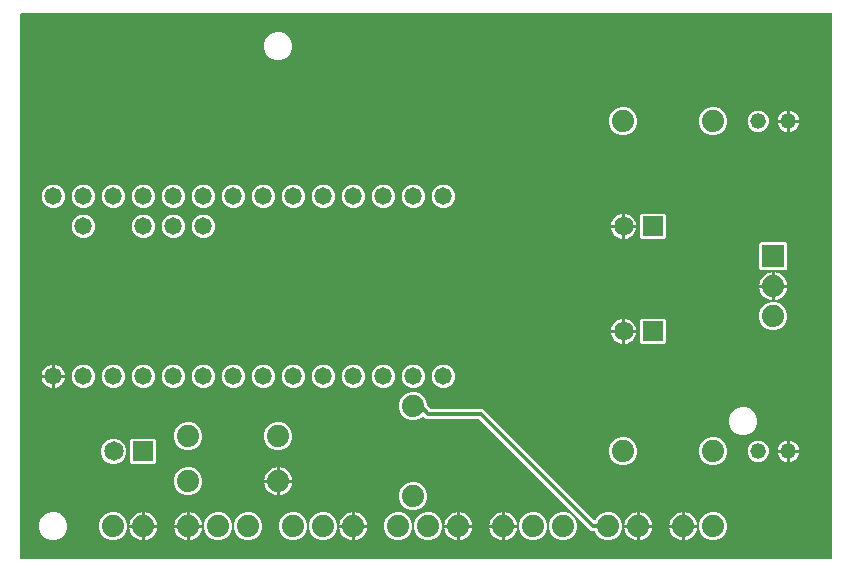
<source format=gbr>
G04 EAGLE Gerber RS-274X export*
G75*
%MOMM*%
%FSLAX34Y34*%
%LPD*%
%INBottom Copper*%
%IPPOS*%
%AMOC8*
5,1,8,0,0,1.08239X$1,22.5*%
G01*
%ADD10C,1.879600*%
%ADD11C,1.473200*%
%ADD12R,1.651000X1.651000*%
%ADD13C,1.651000*%
%ADD14C,1.320800*%
%ADD15R,1.879600X1.879600*%
%ADD16C,0.304800*%

G36*
X696998Y10164D02*
X696998Y10164D01*
X697017Y10162D01*
X697119Y10184D01*
X697221Y10200D01*
X697238Y10210D01*
X697258Y10214D01*
X697347Y10267D01*
X697438Y10316D01*
X697452Y10330D01*
X697469Y10340D01*
X697536Y10419D01*
X697608Y10494D01*
X697616Y10512D01*
X697629Y10527D01*
X697668Y10623D01*
X697711Y10717D01*
X697713Y10737D01*
X697721Y10755D01*
X697739Y10922D01*
X697739Y471578D01*
X697736Y471598D01*
X697738Y471617D01*
X697716Y471719D01*
X697700Y471821D01*
X697690Y471838D01*
X697686Y471858D01*
X697633Y471947D01*
X697584Y472038D01*
X697570Y472052D01*
X697560Y472069D01*
X697481Y472136D01*
X697406Y472208D01*
X697388Y472216D01*
X697373Y472229D01*
X697277Y472268D01*
X697183Y472311D01*
X697163Y472313D01*
X697145Y472321D01*
X696978Y472339D01*
X10922Y472339D01*
X10902Y472336D01*
X10883Y472338D01*
X10781Y472316D01*
X10679Y472300D01*
X10662Y472290D01*
X10642Y472286D01*
X10553Y472233D01*
X10462Y472184D01*
X10448Y472170D01*
X10431Y472160D01*
X10364Y472081D01*
X10292Y472006D01*
X10284Y471988D01*
X10271Y471973D01*
X10232Y471877D01*
X10189Y471783D01*
X10187Y471763D01*
X10179Y471745D01*
X10161Y471578D01*
X10161Y10922D01*
X10164Y10902D01*
X10162Y10883D01*
X10184Y10781D01*
X10200Y10679D01*
X10210Y10662D01*
X10214Y10642D01*
X10267Y10553D01*
X10316Y10462D01*
X10330Y10448D01*
X10340Y10431D01*
X10419Y10364D01*
X10494Y10292D01*
X10512Y10284D01*
X10527Y10271D01*
X10623Y10232D01*
X10717Y10189D01*
X10737Y10187D01*
X10755Y10179D01*
X10922Y10161D01*
X696978Y10161D01*
X696998Y10164D01*
G37*
%LPC*%
G36*
X505625Y26161D02*
X505625Y26161D01*
X501237Y27979D01*
X497879Y31337D01*
X496956Y33565D01*
X496894Y33665D01*
X496834Y33765D01*
X496830Y33769D01*
X496826Y33774D01*
X496736Y33849D01*
X496648Y33925D01*
X496642Y33927D01*
X496637Y33931D01*
X496528Y33973D01*
X496419Y34017D01*
X496412Y34018D01*
X496407Y34019D01*
X496389Y34020D01*
X496253Y34035D01*
X493616Y34035D01*
X398589Y129062D01*
X398515Y129115D01*
X398446Y129175D01*
X398416Y129187D01*
X398390Y129206D01*
X398303Y129233D01*
X398218Y129267D01*
X398177Y129271D01*
X398154Y129278D01*
X398122Y129277D01*
X398051Y129285D01*
X353916Y129285D01*
X352181Y131021D01*
X352165Y131032D01*
X352152Y131048D01*
X352065Y131104D01*
X351981Y131164D01*
X351962Y131170D01*
X351946Y131181D01*
X351845Y131206D01*
X351746Y131236D01*
X351726Y131236D01*
X351707Y131241D01*
X351604Y131233D01*
X351500Y131230D01*
X351482Y131223D01*
X351462Y131222D01*
X351367Y131181D01*
X351269Y131146D01*
X351254Y131133D01*
X351235Y131125D01*
X351104Y131021D01*
X349663Y129579D01*
X345275Y127761D01*
X340525Y127761D01*
X336137Y129579D01*
X332779Y132937D01*
X330961Y137325D01*
X330961Y142075D01*
X332779Y146463D01*
X336137Y149821D01*
X340525Y151639D01*
X345275Y151639D01*
X349663Y149821D01*
X353021Y146463D01*
X354839Y142075D01*
X354839Y140175D01*
X354853Y140085D01*
X354861Y139994D01*
X354873Y139964D01*
X354878Y139932D01*
X354921Y139852D01*
X354957Y139768D01*
X354983Y139736D01*
X354994Y139715D01*
X355017Y139693D01*
X355062Y139637D01*
X357061Y137638D01*
X357135Y137585D01*
X357204Y137525D01*
X357234Y137513D01*
X357260Y137494D01*
X357347Y137467D01*
X357432Y137433D01*
X357473Y137429D01*
X357496Y137422D01*
X357528Y137423D01*
X357599Y137415D01*
X401734Y137415D01*
X496021Y43128D01*
X496058Y43101D01*
X496089Y43067D01*
X496157Y43029D01*
X496221Y42984D01*
X496264Y42971D01*
X496305Y42948D01*
X496381Y42935D01*
X496456Y42912D01*
X496502Y42913D01*
X496547Y42905D01*
X496624Y42916D01*
X496702Y42918D01*
X496745Y42934D01*
X496790Y42940D01*
X496859Y42976D01*
X496933Y43002D01*
X496968Y43031D01*
X497009Y43052D01*
X497064Y43108D01*
X497125Y43156D01*
X497149Y43195D01*
X497182Y43228D01*
X497248Y43347D01*
X497258Y43363D01*
X497259Y43368D01*
X497262Y43375D01*
X497879Y44863D01*
X501237Y48221D01*
X505625Y50039D01*
X510375Y50039D01*
X514763Y48221D01*
X518121Y44863D01*
X519939Y40475D01*
X519939Y35725D01*
X518121Y31337D01*
X514763Y27979D01*
X510375Y26161D01*
X505625Y26161D01*
G37*
%LPD*%
%LPC*%
G36*
X637250Y254761D02*
X637250Y254761D01*
X635761Y256250D01*
X635761Y277150D01*
X637250Y278639D01*
X658150Y278639D01*
X659639Y277150D01*
X659639Y256250D01*
X658150Y254761D01*
X637250Y254761D01*
G37*
%LPD*%
%LPC*%
G36*
X536593Y281304D02*
X536593Y281304D01*
X535104Y282793D01*
X535104Y301407D01*
X536593Y302896D01*
X555207Y302896D01*
X556696Y301407D01*
X556696Y282793D01*
X555207Y281304D01*
X536593Y281304D01*
G37*
%LPD*%
%LPC*%
G36*
X536593Y192404D02*
X536593Y192404D01*
X535104Y193893D01*
X535104Y212507D01*
X536593Y213996D01*
X555207Y213996D01*
X556696Y212507D01*
X556696Y193893D01*
X555207Y192404D01*
X536593Y192404D01*
G37*
%LPD*%
%LPC*%
G36*
X104793Y90804D02*
X104793Y90804D01*
X103304Y92293D01*
X103304Y110907D01*
X104793Y112396D01*
X123407Y112396D01*
X124896Y110907D01*
X124896Y92293D01*
X123407Y90804D01*
X104793Y90804D01*
G37*
%LPD*%
%LPC*%
G36*
X238925Y26161D02*
X238925Y26161D01*
X234537Y27979D01*
X231179Y31337D01*
X229361Y35725D01*
X229361Y40475D01*
X231179Y44863D01*
X234537Y48221D01*
X238925Y50039D01*
X243675Y50039D01*
X248063Y48221D01*
X251421Y44863D01*
X253239Y40475D01*
X253239Y35725D01*
X251421Y31337D01*
X248063Y27979D01*
X243675Y26161D01*
X238925Y26161D01*
G37*
%LPD*%
%LPC*%
G36*
X264325Y26161D02*
X264325Y26161D01*
X259937Y27979D01*
X256579Y31337D01*
X254761Y35725D01*
X254761Y40475D01*
X256579Y44863D01*
X259937Y48221D01*
X264325Y50039D01*
X269075Y50039D01*
X273463Y48221D01*
X276821Y44863D01*
X278639Y40475D01*
X278639Y35725D01*
X276821Y31337D01*
X273463Y27979D01*
X269075Y26161D01*
X264325Y26161D01*
G37*
%LPD*%
%LPC*%
G36*
X353225Y26161D02*
X353225Y26161D01*
X348837Y27979D01*
X345479Y31337D01*
X343661Y35725D01*
X343661Y40475D01*
X345479Y44863D01*
X348837Y48221D01*
X353225Y50039D01*
X357975Y50039D01*
X362363Y48221D01*
X365721Y44863D01*
X367539Y40475D01*
X367539Y35725D01*
X365721Y31337D01*
X362363Y27979D01*
X357975Y26161D01*
X353225Y26161D01*
G37*
%LPD*%
%LPC*%
G36*
X442125Y26161D02*
X442125Y26161D01*
X437737Y27979D01*
X434379Y31337D01*
X432561Y35725D01*
X432561Y40475D01*
X434379Y44863D01*
X437737Y48221D01*
X442125Y50039D01*
X446875Y50039D01*
X451263Y48221D01*
X454621Y44863D01*
X456439Y40475D01*
X456439Y35725D01*
X454621Y31337D01*
X451263Y27979D01*
X446875Y26161D01*
X442125Y26161D01*
G37*
%LPD*%
%LPC*%
G36*
X467525Y26161D02*
X467525Y26161D01*
X463137Y27979D01*
X459779Y31337D01*
X457961Y35725D01*
X457961Y40475D01*
X459779Y44863D01*
X463137Y48221D01*
X467525Y50039D01*
X472275Y50039D01*
X476663Y48221D01*
X480021Y44863D01*
X481839Y40475D01*
X481839Y35725D01*
X480021Y31337D01*
X476663Y27979D01*
X472275Y26161D01*
X467525Y26161D01*
G37*
%LPD*%
%LPC*%
G36*
X594525Y26161D02*
X594525Y26161D01*
X590137Y27979D01*
X586779Y31337D01*
X584961Y35725D01*
X584961Y40475D01*
X586779Y44863D01*
X590137Y48221D01*
X594525Y50039D01*
X599275Y50039D01*
X603663Y48221D01*
X607021Y44863D01*
X608839Y40475D01*
X608839Y35725D01*
X607021Y31337D01*
X603663Y27979D01*
X599275Y26161D01*
X594525Y26161D01*
G37*
%LPD*%
%LPC*%
G36*
X518325Y369061D02*
X518325Y369061D01*
X513937Y370879D01*
X510579Y374237D01*
X508761Y378625D01*
X508761Y383375D01*
X510579Y387763D01*
X513937Y391121D01*
X518325Y392939D01*
X523075Y392939D01*
X527463Y391121D01*
X530821Y387763D01*
X532639Y383375D01*
X532639Y378625D01*
X530821Y374237D01*
X527463Y370879D01*
X523075Y369061D01*
X518325Y369061D01*
G37*
%LPD*%
%LPC*%
G36*
X340525Y51561D02*
X340525Y51561D01*
X336137Y53379D01*
X332779Y56737D01*
X330961Y61125D01*
X330961Y65875D01*
X332779Y70263D01*
X336137Y73621D01*
X340525Y75439D01*
X345275Y75439D01*
X349663Y73621D01*
X353021Y70263D01*
X354839Y65875D01*
X354839Y61125D01*
X353021Y56737D01*
X349663Y53379D01*
X345275Y51561D01*
X340525Y51561D01*
G37*
%LPD*%
%LPC*%
G36*
X150025Y64261D02*
X150025Y64261D01*
X145637Y66079D01*
X142279Y69437D01*
X140461Y73825D01*
X140461Y78575D01*
X142279Y82963D01*
X145637Y86321D01*
X150025Y88139D01*
X154775Y88139D01*
X159163Y86321D01*
X162521Y82963D01*
X164339Y78575D01*
X164339Y73825D01*
X162521Y69437D01*
X159163Y66079D01*
X154775Y64261D01*
X150025Y64261D01*
G37*
%LPD*%
%LPC*%
G36*
X200825Y26161D02*
X200825Y26161D01*
X196437Y27979D01*
X193079Y31337D01*
X191261Y35725D01*
X191261Y40475D01*
X193079Y44863D01*
X196437Y48221D01*
X200825Y50039D01*
X205575Y50039D01*
X209963Y48221D01*
X213321Y44863D01*
X215139Y40475D01*
X215139Y35725D01*
X213321Y31337D01*
X209963Y27979D01*
X205575Y26161D01*
X200825Y26161D01*
G37*
%LPD*%
%LPC*%
G36*
X518325Y89661D02*
X518325Y89661D01*
X513937Y91479D01*
X510579Y94837D01*
X508761Y99225D01*
X508761Y103975D01*
X510579Y108363D01*
X513937Y111721D01*
X518325Y113539D01*
X523075Y113539D01*
X527463Y111721D01*
X530821Y108363D01*
X532639Y103975D01*
X532639Y99225D01*
X530821Y94837D01*
X527463Y91479D01*
X523075Y89661D01*
X518325Y89661D01*
G37*
%LPD*%
%LPC*%
G36*
X594525Y89661D02*
X594525Y89661D01*
X590137Y91479D01*
X586779Y94837D01*
X584961Y99225D01*
X584961Y103975D01*
X586779Y108363D01*
X590137Y111721D01*
X594525Y113539D01*
X599275Y113539D01*
X603663Y111721D01*
X607021Y108363D01*
X608839Y103975D01*
X608839Y99225D01*
X607021Y94837D01*
X603663Y91479D01*
X599275Y89661D01*
X594525Y89661D01*
G37*
%LPD*%
%LPC*%
G36*
X150025Y102361D02*
X150025Y102361D01*
X145637Y104179D01*
X142279Y107537D01*
X140461Y111925D01*
X140461Y116675D01*
X142279Y121063D01*
X145637Y124421D01*
X150025Y126239D01*
X154775Y126239D01*
X159163Y124421D01*
X162521Y121063D01*
X164339Y116675D01*
X164339Y111925D01*
X162521Y107537D01*
X159163Y104179D01*
X154775Y102361D01*
X150025Y102361D01*
G37*
%LPD*%
%LPC*%
G36*
X226225Y102361D02*
X226225Y102361D01*
X221837Y104179D01*
X218479Y107537D01*
X216661Y111925D01*
X216661Y116675D01*
X218479Y121063D01*
X221837Y124421D01*
X226225Y126239D01*
X230975Y126239D01*
X235363Y124421D01*
X238721Y121063D01*
X240539Y116675D01*
X240539Y111925D01*
X238721Y107537D01*
X235363Y104179D01*
X230975Y102361D01*
X226225Y102361D01*
G37*
%LPD*%
%LPC*%
G36*
X594525Y369061D02*
X594525Y369061D01*
X590137Y370879D01*
X586779Y374237D01*
X584961Y378625D01*
X584961Y383375D01*
X586779Y387763D01*
X590137Y391121D01*
X594525Y392939D01*
X599275Y392939D01*
X603663Y391121D01*
X607021Y387763D01*
X608839Y383375D01*
X608839Y378625D01*
X607021Y374237D01*
X603663Y370879D01*
X599275Y369061D01*
X594525Y369061D01*
G37*
%LPD*%
%LPC*%
G36*
X175425Y26161D02*
X175425Y26161D01*
X171037Y27979D01*
X167679Y31337D01*
X165861Y35725D01*
X165861Y40475D01*
X167679Y44863D01*
X171037Y48221D01*
X175425Y50039D01*
X180175Y50039D01*
X184563Y48221D01*
X187921Y44863D01*
X189739Y40475D01*
X189739Y35725D01*
X187921Y31337D01*
X184563Y27979D01*
X180175Y26161D01*
X175425Y26161D01*
G37*
%LPD*%
%LPC*%
G36*
X645325Y203961D02*
X645325Y203961D01*
X640937Y205779D01*
X637579Y209137D01*
X635761Y213525D01*
X635761Y218275D01*
X637579Y222663D01*
X640937Y226021D01*
X645325Y227839D01*
X650075Y227839D01*
X654463Y226021D01*
X657821Y222663D01*
X659639Y218275D01*
X659639Y213525D01*
X657821Y209137D01*
X654463Y205779D01*
X650075Y203961D01*
X645325Y203961D01*
G37*
%LPD*%
%LPC*%
G36*
X86525Y26161D02*
X86525Y26161D01*
X82137Y27979D01*
X78779Y31337D01*
X76961Y35725D01*
X76961Y40475D01*
X78779Y44863D01*
X82137Y48221D01*
X86525Y50039D01*
X91275Y50039D01*
X95663Y48221D01*
X99021Y44863D01*
X100839Y40475D01*
X100839Y35725D01*
X99021Y31337D01*
X95663Y27979D01*
X91275Y26161D01*
X86525Y26161D01*
G37*
%LPD*%
%LPC*%
G36*
X327825Y26161D02*
X327825Y26161D01*
X323437Y27979D01*
X320079Y31337D01*
X318261Y35725D01*
X318261Y40475D01*
X320079Y44863D01*
X323437Y48221D01*
X327825Y50039D01*
X332575Y50039D01*
X336963Y48221D01*
X340321Y44863D01*
X342139Y40475D01*
X342139Y35725D01*
X340321Y31337D01*
X336963Y27979D01*
X332575Y26161D01*
X327825Y26161D01*
G37*
%LPD*%
%LPC*%
G36*
X619931Y115089D02*
X619931Y115089D01*
X615553Y116903D01*
X612203Y120253D01*
X610389Y124631D01*
X610389Y129369D01*
X612203Y133747D01*
X615553Y137097D01*
X619931Y138911D01*
X624669Y138911D01*
X629047Y137097D01*
X632397Y133747D01*
X634211Y129369D01*
X634211Y124631D01*
X632397Y120253D01*
X629047Y116903D01*
X624669Y115089D01*
X619931Y115089D01*
G37*
%LPD*%
%LPC*%
G36*
X226231Y432589D02*
X226231Y432589D01*
X221853Y434403D01*
X218503Y437753D01*
X216689Y442131D01*
X216689Y446869D01*
X218503Y451247D01*
X221853Y454597D01*
X226231Y456411D01*
X230969Y456411D01*
X235347Y454597D01*
X238697Y451247D01*
X240511Y446869D01*
X240511Y442131D01*
X238697Y437753D01*
X235347Y434403D01*
X230969Y432589D01*
X226231Y432589D01*
G37*
%LPD*%
%LPC*%
G36*
X35731Y26189D02*
X35731Y26189D01*
X31353Y28003D01*
X28003Y31353D01*
X26189Y35731D01*
X26189Y40469D01*
X28003Y44847D01*
X31353Y48197D01*
X35731Y50011D01*
X40469Y50011D01*
X44847Y48197D01*
X48197Y44847D01*
X50011Y40469D01*
X50011Y35731D01*
X48197Y31353D01*
X44847Y28003D01*
X40469Y26189D01*
X35731Y26189D01*
G37*
%LPD*%
%LPC*%
G36*
X86953Y90804D02*
X86953Y90804D01*
X82985Y92448D01*
X79948Y95485D01*
X78304Y99453D01*
X78304Y103747D01*
X79948Y107715D01*
X82985Y110752D01*
X86953Y112396D01*
X91247Y112396D01*
X95215Y110752D01*
X98252Y107715D01*
X99896Y103747D01*
X99896Y99453D01*
X98252Y95485D01*
X95215Y92448D01*
X91247Y90804D01*
X86953Y90804D01*
G37*
%LPD*%
%LPC*%
G36*
X61529Y282193D02*
X61529Y282193D01*
X57888Y283701D01*
X55101Y286488D01*
X53593Y290129D01*
X53593Y294071D01*
X55101Y297712D01*
X57888Y300499D01*
X61529Y302007D01*
X65471Y302007D01*
X69112Y300499D01*
X71899Y297712D01*
X73407Y294071D01*
X73407Y290129D01*
X71899Y286488D01*
X69112Y283701D01*
X65471Y282193D01*
X61529Y282193D01*
G37*
%LPD*%
%LPC*%
G36*
X112329Y282193D02*
X112329Y282193D01*
X108688Y283701D01*
X105901Y286488D01*
X104393Y290129D01*
X104393Y294071D01*
X105901Y297712D01*
X108688Y300499D01*
X112329Y302007D01*
X116271Y302007D01*
X119912Y300499D01*
X122699Y297712D01*
X124207Y294071D01*
X124207Y290129D01*
X122699Y286488D01*
X119912Y283701D01*
X116271Y282193D01*
X112329Y282193D01*
G37*
%LPD*%
%LPC*%
G36*
X290129Y307593D02*
X290129Y307593D01*
X286488Y309101D01*
X283701Y311888D01*
X282193Y315529D01*
X282193Y319471D01*
X283701Y323112D01*
X286488Y325899D01*
X290129Y327407D01*
X294071Y327407D01*
X297712Y325899D01*
X300499Y323112D01*
X302007Y319471D01*
X302007Y315529D01*
X300499Y311888D01*
X297712Y309101D01*
X294071Y307593D01*
X290129Y307593D01*
G37*
%LPD*%
%LPC*%
G36*
X264729Y307593D02*
X264729Y307593D01*
X261088Y309101D01*
X258301Y311888D01*
X256793Y315529D01*
X256793Y319471D01*
X258301Y323112D01*
X261088Y325899D01*
X264729Y327407D01*
X268671Y327407D01*
X272312Y325899D01*
X275099Y323112D01*
X276607Y319471D01*
X276607Y315529D01*
X275099Y311888D01*
X272312Y309101D01*
X268671Y307593D01*
X264729Y307593D01*
G37*
%LPD*%
%LPC*%
G36*
X366329Y307593D02*
X366329Y307593D01*
X362688Y309101D01*
X359901Y311888D01*
X358393Y315529D01*
X358393Y319471D01*
X359901Y323112D01*
X362688Y325899D01*
X366329Y327407D01*
X370271Y327407D01*
X373912Y325899D01*
X376699Y323112D01*
X378207Y319471D01*
X378207Y315529D01*
X376699Y311888D01*
X373912Y309101D01*
X370271Y307593D01*
X366329Y307593D01*
G37*
%LPD*%
%LPC*%
G36*
X36129Y307593D02*
X36129Y307593D01*
X32488Y309101D01*
X29701Y311888D01*
X28193Y315529D01*
X28193Y319471D01*
X29701Y323112D01*
X32488Y325899D01*
X36129Y327407D01*
X40071Y327407D01*
X43712Y325899D01*
X46499Y323112D01*
X48007Y319471D01*
X48007Y315529D01*
X46499Y311888D01*
X43712Y309101D01*
X40071Y307593D01*
X36129Y307593D01*
G37*
%LPD*%
%LPC*%
G36*
X340929Y307593D02*
X340929Y307593D01*
X337288Y309101D01*
X334501Y311888D01*
X332993Y315529D01*
X332993Y319471D01*
X334501Y323112D01*
X337288Y325899D01*
X340929Y327407D01*
X344871Y327407D01*
X348512Y325899D01*
X351299Y323112D01*
X352807Y319471D01*
X352807Y315529D01*
X351299Y311888D01*
X348512Y309101D01*
X344871Y307593D01*
X340929Y307593D01*
G37*
%LPD*%
%LPC*%
G36*
X315529Y307593D02*
X315529Y307593D01*
X311888Y309101D01*
X309101Y311888D01*
X307593Y315529D01*
X307593Y319471D01*
X309101Y323112D01*
X311888Y325899D01*
X315529Y327407D01*
X319471Y327407D01*
X323112Y325899D01*
X325899Y323112D01*
X327407Y319471D01*
X327407Y315529D01*
X325899Y311888D01*
X323112Y309101D01*
X319471Y307593D01*
X315529Y307593D01*
G37*
%LPD*%
%LPC*%
G36*
X163129Y282193D02*
X163129Y282193D01*
X159488Y283701D01*
X156701Y286488D01*
X155193Y290129D01*
X155193Y294071D01*
X156701Y297712D01*
X159488Y300499D01*
X163129Y302007D01*
X167071Y302007D01*
X170712Y300499D01*
X173499Y297712D01*
X175007Y294071D01*
X175007Y290129D01*
X173499Y286488D01*
X170712Y283701D01*
X167071Y282193D01*
X163129Y282193D01*
G37*
%LPD*%
%LPC*%
G36*
X137729Y282193D02*
X137729Y282193D01*
X134088Y283701D01*
X131301Y286488D01*
X129793Y290129D01*
X129793Y294071D01*
X131301Y297712D01*
X134088Y300499D01*
X137729Y302007D01*
X141671Y302007D01*
X145312Y300499D01*
X148099Y297712D01*
X149607Y294071D01*
X149607Y290129D01*
X148099Y286488D01*
X145312Y283701D01*
X141671Y282193D01*
X137729Y282193D01*
G37*
%LPD*%
%LPC*%
G36*
X239329Y307593D02*
X239329Y307593D01*
X235688Y309101D01*
X232901Y311888D01*
X231393Y315529D01*
X231393Y319471D01*
X232901Y323112D01*
X235688Y325899D01*
X239329Y327407D01*
X243271Y327407D01*
X246912Y325899D01*
X249699Y323112D01*
X251207Y319471D01*
X251207Y315529D01*
X249699Y311888D01*
X246912Y309101D01*
X243271Y307593D01*
X239329Y307593D01*
G37*
%LPD*%
%LPC*%
G36*
X61529Y307593D02*
X61529Y307593D01*
X57888Y309101D01*
X55101Y311888D01*
X53593Y315529D01*
X53593Y319471D01*
X55101Y323112D01*
X57888Y325899D01*
X61529Y327407D01*
X65471Y327407D01*
X69112Y325899D01*
X71899Y323112D01*
X73407Y319471D01*
X73407Y315529D01*
X71899Y311888D01*
X69112Y309101D01*
X65471Y307593D01*
X61529Y307593D01*
G37*
%LPD*%
%LPC*%
G36*
X86929Y307593D02*
X86929Y307593D01*
X83288Y309101D01*
X80501Y311888D01*
X78993Y315529D01*
X78993Y319471D01*
X80501Y323112D01*
X83288Y325899D01*
X86929Y327407D01*
X90871Y327407D01*
X94512Y325899D01*
X97299Y323112D01*
X98807Y319471D01*
X98807Y315529D01*
X97299Y311888D01*
X94512Y309101D01*
X90871Y307593D01*
X86929Y307593D01*
G37*
%LPD*%
%LPC*%
G36*
X213929Y307593D02*
X213929Y307593D01*
X210288Y309101D01*
X207501Y311888D01*
X205993Y315529D01*
X205993Y319471D01*
X207501Y323112D01*
X210288Y325899D01*
X213929Y327407D01*
X217871Y327407D01*
X221512Y325899D01*
X224299Y323112D01*
X225807Y319471D01*
X225807Y315529D01*
X224299Y311888D01*
X221512Y309101D01*
X217871Y307593D01*
X213929Y307593D01*
G37*
%LPD*%
%LPC*%
G36*
X188529Y307593D02*
X188529Y307593D01*
X184888Y309101D01*
X182101Y311888D01*
X180593Y315529D01*
X180593Y319471D01*
X182101Y323112D01*
X184888Y325899D01*
X188529Y327407D01*
X192471Y327407D01*
X196112Y325899D01*
X198899Y323112D01*
X200407Y319471D01*
X200407Y315529D01*
X198899Y311888D01*
X196112Y309101D01*
X192471Y307593D01*
X188529Y307593D01*
G37*
%LPD*%
%LPC*%
G36*
X163129Y307593D02*
X163129Y307593D01*
X159488Y309101D01*
X156701Y311888D01*
X155193Y315529D01*
X155193Y319471D01*
X156701Y323112D01*
X159488Y325899D01*
X163129Y327407D01*
X167071Y327407D01*
X170712Y325899D01*
X173499Y323112D01*
X175007Y319471D01*
X175007Y315529D01*
X173499Y311888D01*
X170712Y309101D01*
X167071Y307593D01*
X163129Y307593D01*
G37*
%LPD*%
%LPC*%
G36*
X137729Y307593D02*
X137729Y307593D01*
X134088Y309101D01*
X131301Y311888D01*
X129793Y315529D01*
X129793Y319471D01*
X131301Y323112D01*
X134088Y325899D01*
X137729Y327407D01*
X141671Y327407D01*
X145312Y325899D01*
X148099Y323112D01*
X149607Y319471D01*
X149607Y315529D01*
X148099Y311888D01*
X145312Y309101D01*
X141671Y307593D01*
X137729Y307593D01*
G37*
%LPD*%
%LPC*%
G36*
X112329Y307593D02*
X112329Y307593D01*
X108688Y309101D01*
X105901Y311888D01*
X104393Y315529D01*
X104393Y319471D01*
X105901Y323112D01*
X108688Y325899D01*
X112329Y327407D01*
X116271Y327407D01*
X119912Y325899D01*
X122699Y323112D01*
X124207Y319471D01*
X124207Y315529D01*
X122699Y311888D01*
X119912Y309101D01*
X116271Y307593D01*
X112329Y307593D01*
G37*
%LPD*%
%LPC*%
G36*
X86929Y155193D02*
X86929Y155193D01*
X83288Y156701D01*
X80501Y159488D01*
X78993Y163129D01*
X78993Y167071D01*
X80501Y170712D01*
X83288Y173499D01*
X86929Y175007D01*
X90871Y175007D01*
X94512Y173499D01*
X97299Y170712D01*
X98807Y167071D01*
X98807Y163129D01*
X97299Y159488D01*
X94512Y156701D01*
X90871Y155193D01*
X86929Y155193D01*
G37*
%LPD*%
%LPC*%
G36*
X61529Y155193D02*
X61529Y155193D01*
X57888Y156701D01*
X55101Y159488D01*
X53593Y163129D01*
X53593Y167071D01*
X55101Y170712D01*
X57888Y173499D01*
X61529Y175007D01*
X65471Y175007D01*
X69112Y173499D01*
X71899Y170712D01*
X73407Y167071D01*
X73407Y163129D01*
X71899Y159488D01*
X69112Y156701D01*
X65471Y155193D01*
X61529Y155193D01*
G37*
%LPD*%
%LPC*%
G36*
X366329Y155193D02*
X366329Y155193D01*
X362688Y156701D01*
X359901Y159488D01*
X358393Y163129D01*
X358393Y167071D01*
X359901Y170712D01*
X362688Y173499D01*
X366329Y175007D01*
X370271Y175007D01*
X373912Y173499D01*
X376699Y170712D01*
X378207Y167071D01*
X378207Y163129D01*
X376699Y159488D01*
X373912Y156701D01*
X370271Y155193D01*
X366329Y155193D01*
G37*
%LPD*%
%LPC*%
G36*
X340929Y155193D02*
X340929Y155193D01*
X337288Y156701D01*
X334501Y159488D01*
X332993Y163129D01*
X332993Y167071D01*
X334501Y170712D01*
X337288Y173499D01*
X340929Y175007D01*
X344871Y175007D01*
X348512Y173499D01*
X351299Y170712D01*
X352807Y167071D01*
X352807Y163129D01*
X351299Y159488D01*
X348512Y156701D01*
X344871Y155193D01*
X340929Y155193D01*
G37*
%LPD*%
%LPC*%
G36*
X315529Y155193D02*
X315529Y155193D01*
X311888Y156701D01*
X309101Y159488D01*
X307593Y163129D01*
X307593Y167071D01*
X309101Y170712D01*
X311888Y173499D01*
X315529Y175007D01*
X319471Y175007D01*
X323112Y173499D01*
X325899Y170712D01*
X327407Y167071D01*
X327407Y163129D01*
X325899Y159488D01*
X323112Y156701D01*
X319471Y155193D01*
X315529Y155193D01*
G37*
%LPD*%
%LPC*%
G36*
X290129Y155193D02*
X290129Y155193D01*
X286488Y156701D01*
X283701Y159488D01*
X282193Y163129D01*
X282193Y167071D01*
X283701Y170712D01*
X286488Y173499D01*
X290129Y175007D01*
X294071Y175007D01*
X297712Y173499D01*
X300499Y170712D01*
X302007Y167071D01*
X302007Y163129D01*
X300499Y159488D01*
X297712Y156701D01*
X294071Y155193D01*
X290129Y155193D01*
G37*
%LPD*%
%LPC*%
G36*
X264729Y155193D02*
X264729Y155193D01*
X261088Y156701D01*
X258301Y159488D01*
X256793Y163129D01*
X256793Y167071D01*
X258301Y170712D01*
X261088Y173499D01*
X264729Y175007D01*
X268671Y175007D01*
X272312Y173499D01*
X275099Y170712D01*
X276607Y167071D01*
X276607Y163129D01*
X275099Y159488D01*
X272312Y156701D01*
X268671Y155193D01*
X264729Y155193D01*
G37*
%LPD*%
%LPC*%
G36*
X239329Y155193D02*
X239329Y155193D01*
X235688Y156701D01*
X232901Y159488D01*
X231393Y163129D01*
X231393Y167071D01*
X232901Y170712D01*
X235688Y173499D01*
X239329Y175007D01*
X243271Y175007D01*
X246912Y173499D01*
X249699Y170712D01*
X251207Y167071D01*
X251207Y163129D01*
X249699Y159488D01*
X246912Y156701D01*
X243271Y155193D01*
X239329Y155193D01*
G37*
%LPD*%
%LPC*%
G36*
X213929Y155193D02*
X213929Y155193D01*
X210288Y156701D01*
X207501Y159488D01*
X205993Y163129D01*
X205993Y167071D01*
X207501Y170712D01*
X210288Y173499D01*
X213929Y175007D01*
X217871Y175007D01*
X221512Y173499D01*
X224299Y170712D01*
X225807Y167071D01*
X225807Y163129D01*
X224299Y159488D01*
X221512Y156701D01*
X217871Y155193D01*
X213929Y155193D01*
G37*
%LPD*%
%LPC*%
G36*
X188529Y155193D02*
X188529Y155193D01*
X184888Y156701D01*
X182101Y159488D01*
X180593Y163129D01*
X180593Y167071D01*
X182101Y170712D01*
X184888Y173499D01*
X188529Y175007D01*
X192471Y175007D01*
X196112Y173499D01*
X198899Y170712D01*
X200407Y167071D01*
X200407Y163129D01*
X198899Y159488D01*
X196112Y156701D01*
X192471Y155193D01*
X188529Y155193D01*
G37*
%LPD*%
%LPC*%
G36*
X163129Y155193D02*
X163129Y155193D01*
X159488Y156701D01*
X156701Y159488D01*
X155193Y163129D01*
X155193Y167071D01*
X156701Y170712D01*
X159488Y173499D01*
X163129Y175007D01*
X167071Y175007D01*
X170712Y173499D01*
X173499Y170712D01*
X175007Y167071D01*
X175007Y163129D01*
X173499Y159488D01*
X170712Y156701D01*
X167071Y155193D01*
X163129Y155193D01*
G37*
%LPD*%
%LPC*%
G36*
X137729Y155193D02*
X137729Y155193D01*
X134088Y156701D01*
X131301Y159488D01*
X129793Y163129D01*
X129793Y167071D01*
X131301Y170712D01*
X134088Y173499D01*
X137729Y175007D01*
X141671Y175007D01*
X145312Y173499D01*
X148099Y170712D01*
X149607Y167071D01*
X149607Y163129D01*
X148099Y159488D01*
X145312Y156701D01*
X141671Y155193D01*
X137729Y155193D01*
G37*
%LPD*%
%LPC*%
G36*
X112329Y155193D02*
X112329Y155193D01*
X108688Y156701D01*
X105901Y159488D01*
X104393Y163129D01*
X104393Y167071D01*
X105901Y170712D01*
X108688Y173499D01*
X112329Y175007D01*
X116271Y175007D01*
X119912Y173499D01*
X122699Y170712D01*
X124207Y167071D01*
X124207Y163129D01*
X122699Y159488D01*
X119912Y156701D01*
X116271Y155193D01*
X112329Y155193D01*
G37*
%LPD*%
%LPC*%
G36*
X633181Y371855D02*
X633181Y371855D01*
X629820Y373247D01*
X627247Y375820D01*
X625855Y379181D01*
X625855Y382819D01*
X627247Y386180D01*
X629820Y388753D01*
X633181Y390145D01*
X636819Y390145D01*
X640180Y388753D01*
X642753Y386180D01*
X644145Y382819D01*
X644145Y379181D01*
X642753Y375820D01*
X640180Y373247D01*
X636819Y371855D01*
X633181Y371855D01*
G37*
%LPD*%
%LPC*%
G36*
X633181Y92455D02*
X633181Y92455D01*
X629820Y93847D01*
X627247Y96420D01*
X625855Y99781D01*
X625855Y103419D01*
X627247Y106780D01*
X629820Y109353D01*
X633181Y110745D01*
X636819Y110745D01*
X640180Y109353D01*
X642753Y106780D01*
X644145Y103419D01*
X644145Y99781D01*
X642753Y96420D01*
X640180Y93847D01*
X636819Y92455D01*
X633181Y92455D01*
G37*
%LPD*%
%LPC*%
G36*
X573023Y39623D02*
X573023Y39623D01*
X573023Y49946D01*
X574296Y49745D01*
X576083Y49164D01*
X577757Y48311D01*
X579278Y47206D01*
X580606Y45878D01*
X581711Y44357D01*
X582564Y42683D01*
X583145Y40896D01*
X583346Y39623D01*
X573023Y39623D01*
G37*
%LPD*%
%LPC*%
G36*
X153923Y39623D02*
X153923Y39623D01*
X153923Y49946D01*
X155196Y49745D01*
X156983Y49164D01*
X158657Y48311D01*
X160178Y47206D01*
X161506Y45878D01*
X162611Y44357D01*
X163464Y42683D01*
X164045Y40896D01*
X164246Y39623D01*
X153923Y39623D01*
G37*
%LPD*%
%LPC*%
G36*
X293623Y39623D02*
X293623Y39623D01*
X293623Y49946D01*
X294896Y49745D01*
X296683Y49164D01*
X298357Y48311D01*
X299878Y47206D01*
X301206Y45878D01*
X302311Y44357D01*
X303164Y42683D01*
X303745Y40896D01*
X303946Y39623D01*
X293623Y39623D01*
G37*
%LPD*%
%LPC*%
G36*
X382523Y39623D02*
X382523Y39623D01*
X382523Y49946D01*
X383796Y49745D01*
X385583Y49164D01*
X387257Y48311D01*
X388778Y47206D01*
X390106Y45878D01*
X391211Y44357D01*
X392064Y42683D01*
X392645Y40896D01*
X392846Y39623D01*
X382523Y39623D01*
G37*
%LPD*%
%LPC*%
G36*
X649223Y242823D02*
X649223Y242823D01*
X649223Y253146D01*
X650496Y252945D01*
X652283Y252364D01*
X653957Y251511D01*
X655478Y250406D01*
X656806Y249078D01*
X657911Y247557D01*
X658764Y245883D01*
X659345Y244096D01*
X659546Y242823D01*
X649223Y242823D01*
G37*
%LPD*%
%LPC*%
G36*
X230123Y77723D02*
X230123Y77723D01*
X230123Y88046D01*
X231396Y87845D01*
X233183Y87264D01*
X234857Y86411D01*
X236378Y85306D01*
X237706Y83978D01*
X238811Y82457D01*
X239664Y80783D01*
X240245Y78996D01*
X240446Y77723D01*
X230123Y77723D01*
G37*
%LPD*%
%LPC*%
G36*
X420623Y39623D02*
X420623Y39623D01*
X420623Y49946D01*
X421896Y49745D01*
X423683Y49164D01*
X425357Y48311D01*
X426878Y47206D01*
X428206Y45878D01*
X429311Y44357D01*
X430164Y42683D01*
X430745Y40896D01*
X430946Y39623D01*
X420623Y39623D01*
G37*
%LPD*%
%LPC*%
G36*
X115823Y39623D02*
X115823Y39623D01*
X115823Y49946D01*
X117096Y49745D01*
X118883Y49164D01*
X120557Y48311D01*
X122078Y47206D01*
X123406Y45878D01*
X124511Y44357D01*
X125364Y42683D01*
X125945Y40896D01*
X126146Y39623D01*
X115823Y39623D01*
G37*
%LPD*%
%LPC*%
G36*
X534923Y39623D02*
X534923Y39623D01*
X534923Y49946D01*
X536196Y49745D01*
X537983Y49164D01*
X539657Y48311D01*
X541178Y47206D01*
X542506Y45878D01*
X543611Y44357D01*
X544464Y42683D01*
X545045Y40896D01*
X545246Y39623D01*
X534923Y39623D01*
G37*
%LPD*%
%LPC*%
G36*
X230123Y74677D02*
X230123Y74677D01*
X240446Y74677D01*
X240245Y73404D01*
X239664Y71617D01*
X238811Y69943D01*
X237706Y68422D01*
X236378Y67094D01*
X234857Y65989D01*
X233183Y65136D01*
X231396Y64555D01*
X230123Y64354D01*
X230123Y74677D01*
G37*
%LPD*%
%LPC*%
G36*
X649223Y239777D02*
X649223Y239777D01*
X659546Y239777D01*
X659345Y238504D01*
X658764Y236717D01*
X657911Y235043D01*
X656806Y233522D01*
X655478Y232194D01*
X653957Y231089D01*
X652283Y230236D01*
X650496Y229655D01*
X649223Y229454D01*
X649223Y239777D01*
G37*
%LPD*%
%LPC*%
G36*
X534923Y36577D02*
X534923Y36577D01*
X545246Y36577D01*
X545045Y35304D01*
X544464Y33517D01*
X543611Y31843D01*
X542506Y30322D01*
X541178Y28994D01*
X539657Y27889D01*
X537983Y27036D01*
X536196Y26455D01*
X534923Y26254D01*
X534923Y36577D01*
G37*
%LPD*%
%LPC*%
G36*
X102454Y39623D02*
X102454Y39623D01*
X102655Y40896D01*
X103236Y42683D01*
X104089Y44357D01*
X105194Y45878D01*
X106522Y47206D01*
X108043Y48311D01*
X109717Y49164D01*
X111504Y49745D01*
X112777Y49946D01*
X112777Y39623D01*
X102454Y39623D01*
G37*
%LPD*%
%LPC*%
G36*
X280254Y39623D02*
X280254Y39623D01*
X280455Y40896D01*
X281036Y42683D01*
X281889Y44357D01*
X282994Y45878D01*
X284322Y47206D01*
X285843Y48311D01*
X287517Y49164D01*
X289304Y49745D01*
X290577Y49946D01*
X290577Y39623D01*
X280254Y39623D01*
G37*
%LPD*%
%LPC*%
G36*
X559654Y39623D02*
X559654Y39623D01*
X559855Y40896D01*
X560436Y42683D01*
X561289Y44357D01*
X562394Y45878D01*
X563722Y47206D01*
X565243Y48311D01*
X566917Y49164D01*
X568704Y49745D01*
X569977Y49946D01*
X569977Y39623D01*
X559654Y39623D01*
G37*
%LPD*%
%LPC*%
G36*
X573023Y36577D02*
X573023Y36577D01*
X583346Y36577D01*
X583145Y35304D01*
X582564Y33517D01*
X581711Y31843D01*
X580606Y30322D01*
X579278Y28994D01*
X577757Y27889D01*
X576083Y27036D01*
X574296Y26455D01*
X573023Y26254D01*
X573023Y36577D01*
G37*
%LPD*%
%LPC*%
G36*
X115823Y36577D02*
X115823Y36577D01*
X126146Y36577D01*
X125945Y35304D01*
X125364Y33517D01*
X124511Y31843D01*
X123406Y30322D01*
X122078Y28994D01*
X120557Y27889D01*
X118883Y27036D01*
X117096Y26455D01*
X115823Y26254D01*
X115823Y36577D01*
G37*
%LPD*%
%LPC*%
G36*
X420623Y36577D02*
X420623Y36577D01*
X430946Y36577D01*
X430745Y35304D01*
X430164Y33517D01*
X429311Y31843D01*
X428206Y30322D01*
X426878Y28994D01*
X425357Y27889D01*
X423683Y27036D01*
X421896Y26455D01*
X420623Y26254D01*
X420623Y36577D01*
G37*
%LPD*%
%LPC*%
G36*
X407254Y39623D02*
X407254Y39623D01*
X407455Y40896D01*
X408036Y42683D01*
X408889Y44357D01*
X409994Y45878D01*
X411322Y47206D01*
X412843Y48311D01*
X414517Y49164D01*
X416304Y49745D01*
X417577Y49946D01*
X417577Y39623D01*
X407254Y39623D01*
G37*
%LPD*%
%LPC*%
G36*
X216754Y77723D02*
X216754Y77723D01*
X216955Y78996D01*
X217536Y80783D01*
X218389Y82457D01*
X219494Y83978D01*
X220822Y85306D01*
X222343Y86411D01*
X224017Y87264D01*
X225804Y87845D01*
X227077Y88046D01*
X227077Y77723D01*
X216754Y77723D01*
G37*
%LPD*%
%LPC*%
G36*
X635854Y242823D02*
X635854Y242823D01*
X636055Y244096D01*
X636636Y245883D01*
X637489Y247557D01*
X638594Y249078D01*
X639922Y250406D01*
X641443Y251511D01*
X643117Y252364D01*
X644904Y252945D01*
X646177Y253146D01*
X646177Y242823D01*
X635854Y242823D01*
G37*
%LPD*%
%LPC*%
G36*
X521554Y39623D02*
X521554Y39623D01*
X521755Y40896D01*
X522336Y42683D01*
X523189Y44357D01*
X524294Y45878D01*
X525622Y47206D01*
X527143Y48311D01*
X528817Y49164D01*
X530604Y49745D01*
X531877Y49946D01*
X531877Y39623D01*
X521554Y39623D01*
G37*
%LPD*%
%LPC*%
G36*
X140554Y39623D02*
X140554Y39623D01*
X140755Y40896D01*
X141336Y42683D01*
X142189Y44357D01*
X143294Y45878D01*
X144622Y47206D01*
X146143Y48311D01*
X147817Y49164D01*
X149604Y49745D01*
X150877Y49946D01*
X150877Y39623D01*
X140554Y39623D01*
G37*
%LPD*%
%LPC*%
G36*
X369154Y39623D02*
X369154Y39623D01*
X369355Y40896D01*
X369936Y42683D01*
X370789Y44357D01*
X371894Y45878D01*
X373222Y47206D01*
X374743Y48311D01*
X376417Y49164D01*
X378204Y49745D01*
X379477Y49946D01*
X379477Y39623D01*
X369154Y39623D01*
G37*
%LPD*%
%LPC*%
G36*
X382523Y36577D02*
X382523Y36577D01*
X392846Y36577D01*
X392645Y35304D01*
X392064Y33517D01*
X391211Y31843D01*
X390106Y30322D01*
X388778Y28994D01*
X387257Y27889D01*
X385583Y27036D01*
X383796Y26455D01*
X382523Y26254D01*
X382523Y36577D01*
G37*
%LPD*%
%LPC*%
G36*
X293623Y36577D02*
X293623Y36577D01*
X303946Y36577D01*
X303745Y35304D01*
X303164Y33517D01*
X302311Y31843D01*
X301206Y30322D01*
X299878Y28994D01*
X298357Y27889D01*
X296683Y27036D01*
X294896Y26455D01*
X293623Y26254D01*
X293623Y36577D01*
G37*
%LPD*%
%LPC*%
G36*
X153923Y36577D02*
X153923Y36577D01*
X164246Y36577D01*
X164045Y35304D01*
X163464Y33517D01*
X162611Y31843D01*
X161506Y30322D01*
X160178Y28994D01*
X158657Y27889D01*
X156983Y27036D01*
X155196Y26455D01*
X153923Y26254D01*
X153923Y36577D01*
G37*
%LPD*%
%LPC*%
G36*
X225804Y64555D02*
X225804Y64555D01*
X224017Y65136D01*
X222343Y65989D01*
X220822Y67094D01*
X219494Y68422D01*
X218389Y69943D01*
X217536Y71617D01*
X216955Y73404D01*
X216754Y74677D01*
X227077Y74677D01*
X227077Y64354D01*
X225804Y64555D01*
G37*
%LPD*%
%LPC*%
G36*
X149604Y26455D02*
X149604Y26455D01*
X147817Y27036D01*
X146143Y27889D01*
X144622Y28994D01*
X143294Y30322D01*
X142189Y31843D01*
X141336Y33517D01*
X140755Y35304D01*
X140554Y36577D01*
X150877Y36577D01*
X150877Y26254D01*
X149604Y26455D01*
G37*
%LPD*%
%LPC*%
G36*
X111504Y26455D02*
X111504Y26455D01*
X109717Y27036D01*
X108043Y27889D01*
X106522Y28994D01*
X105194Y30322D01*
X104089Y31843D01*
X103236Y33517D01*
X102655Y35304D01*
X102454Y36577D01*
X112777Y36577D01*
X112777Y26254D01*
X111504Y26455D01*
G37*
%LPD*%
%LPC*%
G36*
X568704Y26455D02*
X568704Y26455D01*
X566917Y27036D01*
X565243Y27889D01*
X563722Y28994D01*
X562394Y30322D01*
X561289Y31843D01*
X560436Y33517D01*
X559855Y35304D01*
X559654Y36577D01*
X569977Y36577D01*
X569977Y26254D01*
X568704Y26455D01*
G37*
%LPD*%
%LPC*%
G36*
X644904Y229655D02*
X644904Y229655D01*
X643117Y230236D01*
X641443Y231089D01*
X639922Y232194D01*
X638594Y233522D01*
X637489Y235043D01*
X636636Y236717D01*
X636055Y238504D01*
X635854Y239777D01*
X646177Y239777D01*
X646177Y229454D01*
X644904Y229655D01*
G37*
%LPD*%
%LPC*%
G36*
X530604Y26455D02*
X530604Y26455D01*
X528817Y27036D01*
X527143Y27889D01*
X525622Y28994D01*
X524294Y30322D01*
X523189Y31843D01*
X522336Y33517D01*
X521755Y35304D01*
X521554Y36577D01*
X531877Y36577D01*
X531877Y26254D01*
X530604Y26455D01*
G37*
%LPD*%
%LPC*%
G36*
X289304Y26455D02*
X289304Y26455D01*
X287517Y27036D01*
X285843Y27889D01*
X284322Y28994D01*
X282994Y30322D01*
X281889Y31843D01*
X281036Y33517D01*
X280455Y35304D01*
X280254Y36577D01*
X290577Y36577D01*
X290577Y26254D01*
X289304Y26455D01*
G37*
%LPD*%
%LPC*%
G36*
X416304Y26455D02*
X416304Y26455D01*
X414517Y27036D01*
X412843Y27889D01*
X411322Y28994D01*
X409994Y30322D01*
X408889Y31843D01*
X408036Y33517D01*
X407455Y35304D01*
X407254Y36577D01*
X417577Y36577D01*
X417577Y26254D01*
X416304Y26455D01*
G37*
%LPD*%
%LPC*%
G36*
X378204Y26455D02*
X378204Y26455D01*
X376417Y27036D01*
X374743Y27889D01*
X373222Y28994D01*
X371894Y30322D01*
X370789Y31843D01*
X369936Y33517D01*
X369355Y35304D01*
X369154Y36577D01*
X379477Y36577D01*
X379477Y26254D01*
X378204Y26455D01*
G37*
%LPD*%
%LPC*%
G36*
X522423Y204723D02*
X522423Y204723D01*
X522423Y213889D01*
X523428Y213730D01*
X525044Y213205D01*
X526558Y212433D01*
X527933Y211434D01*
X529134Y210233D01*
X530133Y208858D01*
X530905Y207344D01*
X531430Y205728D01*
X531589Y204723D01*
X522423Y204723D01*
G37*
%LPD*%
%LPC*%
G36*
X522423Y293623D02*
X522423Y293623D01*
X522423Y302789D01*
X523428Y302630D01*
X525044Y302105D01*
X526558Y301333D01*
X527933Y300334D01*
X529134Y299133D01*
X530133Y297758D01*
X530905Y296244D01*
X531430Y294628D01*
X531589Y293623D01*
X522423Y293623D01*
G37*
%LPD*%
%LPC*%
G36*
X510211Y204723D02*
X510211Y204723D01*
X510370Y205728D01*
X510895Y207344D01*
X511667Y208858D01*
X512666Y210233D01*
X513867Y211434D01*
X515242Y212433D01*
X516756Y213205D01*
X518372Y213730D01*
X519377Y213889D01*
X519377Y204723D01*
X510211Y204723D01*
G37*
%LPD*%
%LPC*%
G36*
X522423Y290577D02*
X522423Y290577D01*
X531589Y290577D01*
X531430Y289572D01*
X530905Y287956D01*
X530133Y286442D01*
X529134Y285067D01*
X527933Y283866D01*
X526558Y282867D01*
X525044Y282095D01*
X523428Y281570D01*
X522423Y281411D01*
X522423Y290577D01*
G37*
%LPD*%
%LPC*%
G36*
X510211Y293623D02*
X510211Y293623D01*
X510370Y294628D01*
X510895Y296244D01*
X511667Y297758D01*
X512666Y299133D01*
X513867Y300334D01*
X515242Y301333D01*
X516756Y302105D01*
X518372Y302630D01*
X519377Y302789D01*
X519377Y293623D01*
X510211Y293623D01*
G37*
%LPD*%
%LPC*%
G36*
X522423Y201677D02*
X522423Y201677D01*
X531589Y201677D01*
X531430Y200672D01*
X530905Y199056D01*
X530133Y197542D01*
X529134Y196167D01*
X527933Y194966D01*
X526558Y193967D01*
X525044Y193195D01*
X523428Y192670D01*
X522423Y192511D01*
X522423Y201677D01*
G37*
%LPD*%
%LPC*%
G36*
X518372Y192670D02*
X518372Y192670D01*
X516756Y193195D01*
X515242Y193967D01*
X513867Y194966D01*
X512666Y196167D01*
X511667Y197542D01*
X510895Y199056D01*
X510370Y200672D01*
X510211Y201677D01*
X519377Y201677D01*
X519377Y192511D01*
X518372Y192670D01*
G37*
%LPD*%
%LPC*%
G36*
X518372Y281570D02*
X518372Y281570D01*
X516756Y282095D01*
X515242Y282867D01*
X513867Y283866D01*
X512666Y285067D01*
X511667Y286442D01*
X510895Y287956D01*
X510370Y289572D01*
X510211Y290577D01*
X519377Y290577D01*
X519377Y281411D01*
X518372Y281570D01*
G37*
%LPD*%
%LPC*%
G36*
X39623Y166623D02*
X39623Y166623D01*
X39623Y174889D01*
X40420Y174763D01*
X41903Y174281D01*
X43292Y173573D01*
X44554Y172656D01*
X45656Y171554D01*
X46573Y170292D01*
X47281Y168903D01*
X47763Y167420D01*
X47889Y166623D01*
X39623Y166623D01*
G37*
%LPD*%
%LPC*%
G36*
X28311Y166623D02*
X28311Y166623D01*
X28437Y167420D01*
X28919Y168903D01*
X29627Y170292D01*
X30544Y171554D01*
X31646Y172656D01*
X32908Y173573D01*
X34297Y174281D01*
X35780Y174763D01*
X36577Y174889D01*
X36577Y166623D01*
X28311Y166623D01*
G37*
%LPD*%
%LPC*%
G36*
X39623Y163577D02*
X39623Y163577D01*
X47889Y163577D01*
X47763Y162780D01*
X47281Y161297D01*
X46573Y159908D01*
X45656Y158646D01*
X44554Y157544D01*
X43292Y156627D01*
X41903Y155919D01*
X40420Y155437D01*
X39623Y155311D01*
X39623Y163577D01*
G37*
%LPD*%
%LPC*%
G36*
X35780Y155437D02*
X35780Y155437D01*
X34297Y155919D01*
X32908Y156627D01*
X31646Y157544D01*
X30544Y158646D01*
X29627Y159908D01*
X28919Y161297D01*
X28437Y162780D01*
X28311Y163577D01*
X36577Y163577D01*
X36577Y155311D01*
X35780Y155437D01*
G37*
%LPD*%
%LPC*%
G36*
X661923Y103123D02*
X661923Y103123D01*
X661923Y110621D01*
X663067Y110393D01*
X664732Y109704D01*
X666230Y108703D01*
X667503Y107430D01*
X668504Y105932D01*
X669193Y104267D01*
X669421Y103123D01*
X661923Y103123D01*
G37*
%LPD*%
%LPC*%
G36*
X661923Y382523D02*
X661923Y382523D01*
X661923Y390021D01*
X663067Y389793D01*
X664732Y389104D01*
X666230Y388103D01*
X667503Y386830D01*
X668504Y385332D01*
X669193Y383667D01*
X669421Y382523D01*
X661923Y382523D01*
G37*
%LPD*%
%LPC*%
G36*
X661923Y379477D02*
X661923Y379477D01*
X669421Y379477D01*
X669193Y378333D01*
X668504Y376668D01*
X667503Y375170D01*
X666230Y373897D01*
X664732Y372896D01*
X663067Y372207D01*
X661923Y371979D01*
X661923Y379477D01*
G37*
%LPD*%
%LPC*%
G36*
X651379Y382523D02*
X651379Y382523D01*
X651607Y383667D01*
X652296Y385332D01*
X653297Y386830D01*
X654570Y388103D01*
X656068Y389104D01*
X657733Y389793D01*
X658877Y390021D01*
X658877Y382523D01*
X651379Y382523D01*
G37*
%LPD*%
%LPC*%
G36*
X651379Y103123D02*
X651379Y103123D01*
X651607Y104267D01*
X652296Y105932D01*
X653297Y107430D01*
X654570Y108703D01*
X656068Y109704D01*
X657733Y110393D01*
X658877Y110621D01*
X658877Y103123D01*
X651379Y103123D01*
G37*
%LPD*%
%LPC*%
G36*
X661923Y100077D02*
X661923Y100077D01*
X669421Y100077D01*
X669193Y98933D01*
X668504Y97268D01*
X667503Y95770D01*
X666230Y94497D01*
X664732Y93496D01*
X663067Y92807D01*
X661923Y92579D01*
X661923Y100077D01*
G37*
%LPD*%
%LPC*%
G36*
X657733Y372207D02*
X657733Y372207D01*
X656068Y372896D01*
X654570Y373897D01*
X653297Y375170D01*
X652296Y376668D01*
X651607Y378333D01*
X651379Y379477D01*
X658877Y379477D01*
X658877Y371979D01*
X657733Y372207D01*
G37*
%LPD*%
%LPC*%
G36*
X657733Y92807D02*
X657733Y92807D01*
X656068Y93496D01*
X654570Y94497D01*
X653297Y95770D01*
X652296Y97268D01*
X651607Y98933D01*
X651379Y100077D01*
X658877Y100077D01*
X658877Y92579D01*
X657733Y92807D01*
G37*
%LPD*%
%LPC*%
G36*
X292099Y38099D02*
X292099Y38099D01*
X292099Y38101D01*
X292101Y38101D01*
X292101Y38099D01*
X292099Y38099D01*
G37*
%LPD*%
%LPC*%
G36*
X380999Y38099D02*
X380999Y38099D01*
X380999Y38101D01*
X381001Y38101D01*
X381001Y38099D01*
X380999Y38099D01*
G37*
%LPD*%
%LPC*%
G36*
X419099Y38099D02*
X419099Y38099D01*
X419099Y38101D01*
X419101Y38101D01*
X419101Y38099D01*
X419099Y38099D01*
G37*
%LPD*%
%LPC*%
G36*
X533399Y38099D02*
X533399Y38099D01*
X533399Y38101D01*
X533401Y38101D01*
X533401Y38099D01*
X533399Y38099D01*
G37*
%LPD*%
%LPC*%
G36*
X571499Y38099D02*
X571499Y38099D01*
X571499Y38101D01*
X571501Y38101D01*
X571501Y38099D01*
X571499Y38099D01*
G37*
%LPD*%
%LPC*%
G36*
X114299Y38099D02*
X114299Y38099D01*
X114299Y38101D01*
X114301Y38101D01*
X114301Y38099D01*
X114299Y38099D01*
G37*
%LPD*%
%LPC*%
G36*
X647699Y241299D02*
X647699Y241299D01*
X647699Y241301D01*
X647701Y241301D01*
X647701Y241299D01*
X647699Y241299D01*
G37*
%LPD*%
%LPC*%
G36*
X660399Y380999D02*
X660399Y380999D01*
X660399Y381001D01*
X660401Y381001D01*
X660401Y380999D01*
X660399Y380999D01*
G37*
%LPD*%
%LPC*%
G36*
X520899Y203199D02*
X520899Y203199D01*
X520899Y203201D01*
X520901Y203201D01*
X520901Y203199D01*
X520899Y203199D01*
G37*
%LPD*%
%LPC*%
G36*
X38099Y165099D02*
X38099Y165099D01*
X38099Y165101D01*
X38101Y165101D01*
X38101Y165099D01*
X38099Y165099D01*
G37*
%LPD*%
%LPC*%
G36*
X660399Y101599D02*
X660399Y101599D01*
X660399Y101601D01*
X660401Y101601D01*
X660401Y101599D01*
X660399Y101599D01*
G37*
%LPD*%
%LPC*%
G36*
X228599Y76199D02*
X228599Y76199D01*
X228599Y76201D01*
X228601Y76201D01*
X228601Y76199D01*
X228599Y76199D01*
G37*
%LPD*%
%LPC*%
G36*
X520899Y292099D02*
X520899Y292099D01*
X520899Y292101D01*
X520901Y292101D01*
X520901Y292099D01*
X520899Y292099D01*
G37*
%LPD*%
%LPC*%
G36*
X152399Y38099D02*
X152399Y38099D01*
X152399Y38101D01*
X152401Y38101D01*
X152401Y38099D01*
X152399Y38099D01*
G37*
%LPD*%
D10*
X88900Y38100D03*
X114300Y38100D03*
X152400Y38100D03*
X177800Y38100D03*
X203200Y38100D03*
X508000Y38100D03*
X533400Y38100D03*
X571500Y38100D03*
X596900Y38100D03*
X419100Y38100D03*
X444500Y38100D03*
X469900Y38100D03*
D11*
X38100Y165100D03*
X63500Y165100D03*
X88900Y165100D03*
X114300Y165100D03*
X139700Y165100D03*
X165100Y165100D03*
X190500Y165100D03*
X215900Y165100D03*
X241300Y165100D03*
X266700Y165100D03*
X292100Y165100D03*
X317500Y165100D03*
X342900Y165100D03*
X368300Y165100D03*
X368300Y317500D03*
X342900Y317500D03*
X317500Y317500D03*
X292100Y317500D03*
X266700Y317500D03*
X241300Y317500D03*
X215900Y317500D03*
X190500Y317500D03*
X165100Y317500D03*
X139700Y317500D03*
X114300Y317500D03*
X88900Y317500D03*
X63500Y317500D03*
X38100Y317500D03*
X63500Y292100D03*
X114300Y292100D03*
X139700Y292100D03*
X165100Y292100D03*
D10*
X241300Y38100D03*
X266700Y38100D03*
X292100Y38100D03*
X330200Y38100D03*
X355600Y38100D03*
X381000Y38100D03*
X520700Y381000D03*
X596900Y381000D03*
X596900Y101600D03*
X520700Y101600D03*
X342900Y139700D03*
X342900Y63500D03*
X152400Y114300D03*
X228600Y114300D03*
X228600Y76200D03*
X152400Y76200D03*
D12*
X114100Y101600D03*
D13*
X89100Y101600D03*
D12*
X545900Y292100D03*
D13*
X520900Y292100D03*
D12*
X545900Y203200D03*
D13*
X520900Y203200D03*
D14*
X635000Y101600D03*
X660400Y101600D03*
X635000Y381000D03*
X660400Y381000D03*
D15*
X647700Y266700D03*
D10*
X647700Y241300D03*
X647700Y215900D03*
D16*
X508000Y38100D02*
X495300Y38100D01*
X400050Y133350D01*
X355600Y133350D01*
X349250Y139700D01*
X342900Y139700D01*
M02*

</source>
